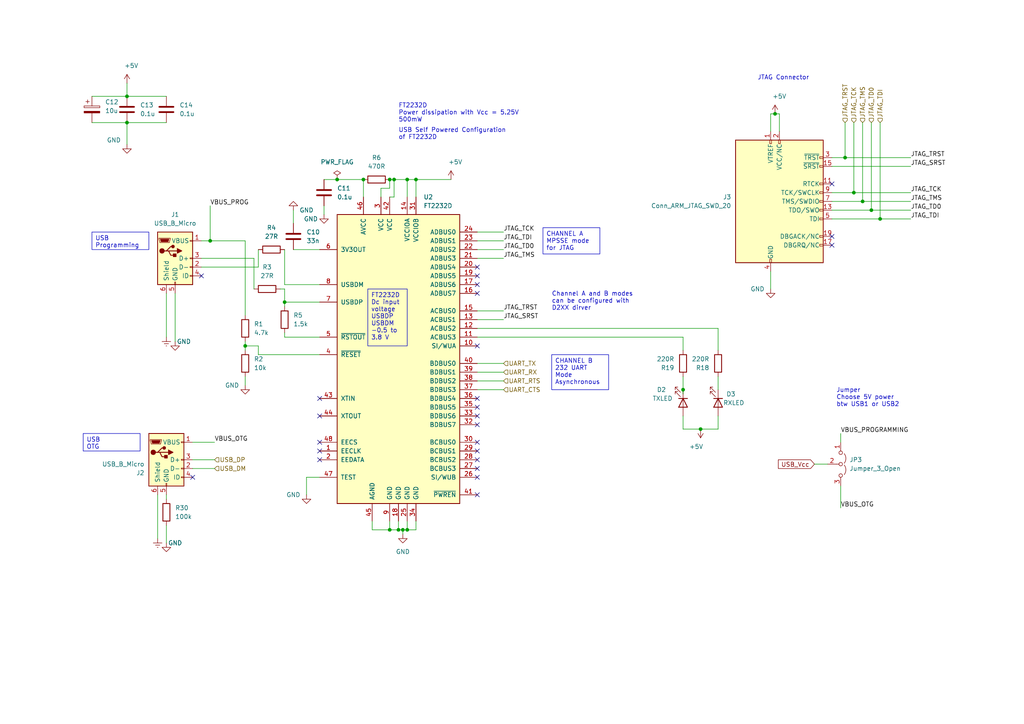
<source format=kicad_sch>
(kicad_sch (version 20230121) (generator eeschema)
  (paper "A4")
  (title_block (title "Polimi Board ") (date "2024-05-14") (rev "2.0") (company "Politecnico di Milano") (comment 1 "Embedded Systems Project") (comment 2 "ing. Zaccaria Eliseo Carrettoni"))
  (lib_symbols
    (symbol "Connector:Conn_ARM_JTAG_SWD_20" (pin_names (offset 1.016))
      (property "Reference" "J" (at -5.08 21.59 0))
      (property "Value" "Conn_ARM_JTAG_SWD_20" (at -5.08 19.05 0))
      (symbol "Conn_ARM_JTAG_SWD_20_0_1"
        (rectangle (start -12.7 17.78) (end 12.7 -17.78) (stroke (width 0.254)) (fill (type background)))
        (rectangle (start -2.794 -17.78) (end -2.286 -16.764))
        (rectangle (start -2.794 17.78) (end -2.286 16.764))
        (rectangle (start -0.254 17.78) (end 0.254 16.764))
        (rectangle (start 11.684 2.286) (end 12.7 2.794))
        (rectangle (start 12.7 -12.446) (end 11.684 -12.954))
        (rectangle (start 12.7 -9.906) (end 11.684 -10.414))
        (rectangle (start 12.7 -2.794) (end 11.684 -2.286))
        (rectangle (start 12.7 -0.254) (end 11.684 0.254))
        (rectangle (start 12.7 4.826) (end 11.684 5.334))
        (rectangle (start 12.7 10.414) (end 11.684 9.906))
        (rectangle (start 12.7 12.954) (end 11.684 12.446))
      )
      (symbol "Conn_ARM_JTAG_SWD_20_1_1"
        (rectangle (start 11.684 -5.334) (end 12.7 -4.826))
        (pin power_in line (at -2.54 20.32 270) (length 2.54) (name "VTREF") (number "1"))
        (pin passive line (at -2.54 -20.32 90) (length 2.54) hide (name "GND") (number "10"))
        (pin input line (at 15.24 5.08 180) (length 2.54) (name "RTCK") (number "11"))
        (pin passive line (at -2.54 -20.32 90) (length 2.54) hide (name "GND") (number "12"))
        (pin input line (at 15.24 -2.54 180) (length 2.54) (name "TDO/SWO") (number "13"))
        (pin passive line (at -2.54 -20.32 90) (length 2.54) hide (name "GND") (number "14"))
        (pin bidirectional line (at 15.24 10.16 180) (length 2.54) (name "~{SRST}") (number "15"))
        (pin passive line (at -2.54 -20.32 90) (length 2.54) hide (name "GND") (number "16"))
        (pin output line (at 15.24 -12.7 180) (length 2.54) (name "DBGRQ/NC") (number "17"))
        (pin passive line (at -2.54 -20.32 90) (length 2.54) hide (name "GND") (number "18"))
        (pin input line (at 15.24 -10.16 180) (length 2.54) (name "DBGACK/NC") (number "19"))
        (pin power_in line (at 0 20.32 270) (length 2.54) (name "VCC/NC") (number "2"))
        (pin passive line (at -2.54 -20.32 90) (length 2.54) hide (name "GND") (number "20"))
        (pin output line (at 15.24 12.7 180) (length 2.54) (name "~{TRST}") (number "3"))
        (pin power_in line (at -2.54 -20.32 90) (length 2.54) (name "GND") (number "4"))
        (pin output line (at 15.24 -5.08 180) (length 2.54) (name "TDI") (number "5"))
        (pin passive line (at -2.54 -20.32 90) (length 2.54) hide (name "GND") (number "6"))
        (pin output line (at 15.24 0 180) (length 2.54) (name "TMS/SWDIO") (number "7"))
        (pin passive line (at -2.54 -20.32 90) (length 2.54) hide (name "GND") (number "8"))
        (pin output line (at 15.24 2.54 180) (length 2.54) (name "TCK/SWCLK") (number "9"))
      )
    )
    (symbol "Connector:USB_B_Micro" (pin_names (offset 1.016))
      (property "Reference" "J" (at -5.08 11.43 0))
      (property "Value" "USB_B_Micro" (at -5.08 8.89 0))
      (symbol "USB_B_Micro_0_1"
        (rectangle (start -5.08 -7.62) (end 5.08 7.62) (stroke (width 0.254)) (fill (type background)))
        (circle (center -3.81 2.159) (radius 0.635) (stroke (width 0.254)) (fill (type outline)))
        (circle (center -0.635 3.429) (radius 0.381) (stroke (width 0.254)) (fill (type outline)))
        (rectangle (start -0.127 -7.62) (end 0.127 -6.858))
        (polyline (pts (xy -1.905 2.159) (xy 0.635 2.159)) (stroke (width 0.254)))
        (polyline (pts (xy -3.175 2.159) (xy -2.54 2.159) (xy -1.27 3.429) (xy -0.635 3.429)) (stroke (width 0.254)))
        (polyline (pts (xy -2.54 2.159) (xy -1.905 2.159) (xy -1.27 0.889) (xy 0 0.889)) (stroke (width 0.254)))
        (polyline (pts (xy 0.635 2.794) (xy 0.635 1.524) (xy 1.905 2.159) (xy 0.635 2.794)) (stroke (width 0.254)) (fill (type outline)))
        (polyline (pts (xy -4.318 5.588) (xy -1.778 5.588) (xy -2.032 4.826) (xy -4.064 4.826) (xy -4.318 5.588)) (fill (type outline)))
        (polyline (pts (xy -4.699 5.842) (xy -4.699 5.588) (xy -4.445 4.826) (xy -4.445 4.572) (xy -1.651 4.572) (xy -1.651 4.826) (xy -1.397 5.588) (xy -1.397 5.842) (xy -4.699 5.842)))
        (rectangle (start 0.254 1.27) (end -0.508 0.508) (stroke (width 0.254)) (fill (type outline)))
        (rectangle (start 5.08 -5.207) (end 4.318 -4.953))
        (rectangle (start 5.08 -2.667) (end 4.318 -2.413))
        (rectangle (start 5.08 -0.127) (end 4.318 0.127))
        (rectangle (start 5.08 4.953) (end 4.318 5.207))
      )
      (symbol "USB_B_Micro_1_1"
        (pin power_out line (at 7.62 5.08 180) (length 2.54) (name "VBUS") (number "1"))
        (pin bidirectional line (at 7.62 -2.54 180) (length 2.54) (name "D-") (number "2"))
        (pin bidirectional line (at 7.62 0 180) (length 2.54) (name "D+") (number "3"))
        (pin passive line (at 7.62 -5.08 180) (length 2.54) (name "ID") (number "4"))
        (pin power_out line (at 0 -10.16 90) (length 2.54) (name "GND") (number "5"))
        (pin passive line (at -2.54 -10.16 90) (length 2.54) (name "Shield") (number "6"))
      )
    )
    (symbol "Device:C" (pin_numbers hide) (pin_names (offset 0.254))
      (property "Reference" "C" (at 0.635 2.54 0))
      (property "Value" "C" (at 0.635 -2.54 0))
      (symbol "C_0_1"
        (polyline (pts (xy -2.032 -0.762) (xy 2.032 -0.762)) (stroke (width 0.508)))
        (polyline (pts (xy -2.032 0.762) (xy 2.032 0.762)) (stroke (width 0.508)))
      )
      (symbol "C_1_1"
        (pin passive line (at 0 3.81 270) (length 2.794) (name "~") (number "1"))
        (pin passive line (at 0 -3.81 90) (length 2.794) (name "~") (number "2"))
      )
    )
    (symbol "Device:C_Polarized" (pin_numbers hide) (pin_names (offset 0.254))
      (property "Reference" "C" (at 0.635 2.54 0))
      (property "Value" "C_Polarized" (at 0.635 -2.54 0))
      (symbol "C_Polarized_0_1"
        (rectangle (start -2.286 0.508) (end 2.286 1.016))
        (polyline (pts (xy -1.778 2.286) (xy -0.762 2.286)))
        (polyline (pts (xy -1.27 2.794) (xy -1.27 1.778)))
        (rectangle (start 2.286 -0.508) (end -2.286 -1.016) (fill (type outline)))
      )
      (symbol "C_Polarized_1_1"
        (pin passive line (at 0 3.81 270) (length 2.794) (name "~") (number "1"))
        (pin passive line (at 0 -3.81 90) (length 2.794) (name "~") (number "2"))
      )
    )
    (symbol "Device:LED" (pin_numbers hide) (pin_names (offset 1.016) hide)
      (property "Reference" "D" (at 0 2.54 0))
      (property "Value" "LED" (at 0 -2.54 0))
      (symbol "LED_0_1"
        (polyline (pts (xy -1.27 -1.27) (xy -1.27 1.27)) (stroke (width 0.254)))
        (polyline (pts (xy -1.27 0) (xy 1.27 0)))
        (polyline (pts (xy 1.27 -1.27) (xy 1.27 1.27) (xy -1.27 0) (xy 1.27 -1.27)) (stroke (width 0.254)))
        (polyline (pts (xy -3.048 -0.762) (xy -4.572 -2.286) (xy -3.81 -2.286) (xy -4.572 -2.286) (xy -4.572 -1.524)))
        (polyline (pts (xy -1.778 -0.762) (xy -3.302 -2.286) (xy -2.54 -2.286) (xy -3.302 -2.286) (xy -3.302 -1.524)))
      )
      (symbol "LED_1_1"
        (pin passive line (at -3.81 0 0) (length 2.54) (name "K") (number "1"))
        (pin passive line (at 3.81 0 180) (length 2.54) (name "A") (number "2"))
      )
    )
    (symbol "Device:R" (pin_numbers hide) (pin_names (offset 0))
      (property "Reference" "R" (at 2.032 0 90))
      (property "Value" "R" (at 0 0 90))
      (symbol "R_0_1"
        (rectangle (start -1.016 -2.54) (end 1.016 2.54) (stroke (width 0.254)))
      )
      (symbol "R_1_1"
        (pin passive line (at 0 3.81 270) (length 1.27) (name "~") (number "1"))
        (pin passive line (at 0 -3.81 90) (length 1.27) (name "~") (number "2"))
      )
    )
    (symbol "Interface_USB:FT2232D" (pin_names (offset 1.016))
      (property "Reference" "U" (at -16.51 44.45 0))
      (property "Value" "FT2232D" (at 13.97 44.45 0))
      (symbol "FT2232D_0_1"
        (rectangle (start -17.78 -40.64) (end 17.78 43.18) (stroke (width 0.254)) (fill (type background)))
      )
      (symbol "FT2232D_1_1"
        (pin output line (at -22.86 -25.4 0) (length 5.08) (name "EECLK") (number "1"))
        (pin bidirectional line (at 22.86 5.08 180) (length 5.08) (name "SI/WUA") (number "10"))
        (pin bidirectional line (at 22.86 7.62 180) (length 5.08) (name "ACBUS3") (number "11"))
        (pin bidirectional line (at 22.86 10.16 180) (length 5.08) (name "ACBUS2") (number "12"))
        (pin bidirectional line (at 22.86 12.7 180) (length 5.08) (name "ACBUS1") (number "13"))
        (pin power_in line (at 2.54 48.26 270) (length 5.08) (name "VCCIOA") (number "14"))
        (pin bidirectional line (at 22.86 15.24 180) (length 5.08) (name "ACBUS0") (number "15"))
        (pin bidirectional line (at 22.86 20.32 180) (length 5.08) (name "ADBUS7") (number "16"))
        (pin bidirectional line (at 22.86 22.86 180) (length 5.08) (name "ADBUS6") (number "17"))
        (pin power_in line (at 0 -45.72 90) (length 5.08) (name "GND") (number "18"))
        (pin bidirectional line (at 22.86 25.4 180) (length 5.08) (name "ADBUS5") (number "19"))
        (pin bidirectional line (at -22.86 -27.94 0) (length 5.08) (name "EEDATA") (number "2"))
        (pin bidirectional line (at 22.86 27.94 180) (length 5.08) (name "ADBUS4") (number "20"))
        (pin bidirectional line (at 22.86 30.48 180) (length 5.08) (name "ADBUS3") (number "21"))
        (pin bidirectional line (at 22.86 33.02 180) (length 5.08) (name "ADBUS2") (number "22"))
        (pin bidirectional line (at 22.86 35.56 180) (length 5.08) (name "ADBUS1") (number "23"))
        (pin bidirectional line (at 22.86 38.1 180) (length 5.08) (name "ADBUS0") (number "24"))
        (pin power_in line (at 2.54 -45.72 90) (length 5.08) (name "GND") (number "25"))
        (pin output line (at 22.86 -33.02 180) (length 5.08) (name "SI/WUB") (number "26"))
        (pin output line (at 22.86 -30.48 180) (length 5.08) (name "BCBUS3") (number "27"))
        (pin output line (at 22.86 -27.94 180) (length 5.08) (name "BCBUS2") (number "28"))
        (pin output line (at 22.86 -25.4 180) (length 5.08) (name "BCBUS1") (number "29"))
        (pin power_in line (at -5.08 48.26 270) (length 5.08) (name "VCC") (number "3"))
        (pin output line (at 22.86 -22.86 180) (length 5.08) (name "BCBUS0") (number "30"))
        (pin power_in line (at 5.08 48.26 270) (length 5.08) (name "VCCIOB") (number "31"))
        (pin output line (at 22.86 -17.78 180) (length 5.08) (name "BDBUS7") (number "32"))
        (pin output line (at 22.86 -15.24 180) (length 5.08) (name "BDBUS6") (number "33"))
        (pin power_in line (at 5.08 -45.72 90) (length 5.08) (name "GND") (number "34"))
        (pin output line (at 22.86 -12.7 180) (length 5.08) (name "BDBUS5") (number "35"))
        (pin output line (at 22.86 -10.16 180) (length 5.08) (name "BDBUS4") (number "36"))
        (pin output line (at 22.86 -7.62 180) (length 5.08) (name "BDBUS3") (number "37"))
        (pin output line (at 22.86 -5.08 180) (length 5.08) (name "BDBUS2") (number "38"))
        (pin output line (at 22.86 -2.54 180) (length 5.08) (name "BDBUS1") (number "39"))
        (pin input line (at -22.86 2.54 0) (length 5.08) (name "~{RESET}") (number "4"))
        (pin output line (at 22.86 0 180) (length 5.08) (name "BDBUS0") (number "40"))
        (pin output line (at 22.86 -38.1 180) (length 5.08) (name "~{PWREN}") (number "41"))
        (pin power_in line (at -2.54 48.26 270) (length 5.08) (name "VCC") (number "42"))
        (pin input line (at -22.86 -10.16 0) (length 5.08) (name "XTIN") (number "43"))
        (pin output line (at -22.86 -15.24 0) (length 5.08) (name "XTOUT") (number "44"))
        (pin power_in line (at -7.62 -45.72 90) (length 5.08) (name "AGND") (number "45"))
        (pin power_in line (at -10.16 48.26 270) (length 5.08) (name "AVCC") (number "46"))
        (pin input line (at -22.86 -33.02 0) (length 5.08) (name "TEST") (number "47"))
        (pin bidirectional line (at -22.86 -22.86 0) (length 5.08) (name "EECS") (number "48"))
        (pin output line (at -22.86 7.62 0) (length 5.08) (name "~{RSTOUT}") (number "5"))
        (pin power_out line (at -22.86 33.02 0) (length 5.08) (name "3V3OUT") (number "6"))
        (pin bidirectional line (at -22.86 17.78 0) (length 5.08) (name "USBDP") (number "7"))
        (pin bidirectional line (at -22.86 22.86 0) (length 5.08) (name "USBDM") (number "8"))
        (pin power_in line (at -2.54 -45.72 90) (length 5.08) (name "GND") (number "9"))
      )
    )
    (symbol "Jumper:Jumper_3_Open" (pin_names (offset 0) hide)
      (property "Reference" "JP" (at -2.54 -2.54 0))
      (property "Value" "Jumper_3_Open" (at 0 2.794 0))
      (symbol "Jumper_3_Open_0_0"
        (circle (center -3.302 0) (radius 0.508))
        (circle (center 0 0) (radius 0.508))
        (circle (center 3.302 0) (radius 0.508))
      )
      (symbol "Jumper_3_Open_0_1"
        (arc (start -0.254 1.016) (mid -1.651 1.4992) (end -3.048 1.016))
        (polyline (pts (xy 0 -0.508) (xy 0 -1.27)))
        (arc (start 3.048 1.016) (mid 1.651 1.4992) (end 0.254 1.016))
      )
      (symbol "Jumper_3_Open_1_1"
        (pin passive line (at -6.35 0 0) (length 2.54) (name "A") (number "1"))
        (pin passive line (at 0 -3.81 90) (length 2.54) (name "C") (number "2"))
        (pin passive line (at 6.35 0 180) (length 2.54) (name "B") (number "3"))
      )
    )
    (symbol "power:+5V" (power) (pin_names (offset 0))
      (property "Value" "+5V" (at 0 3.556 0))
      (symbol "+5V_0_1"
        (polyline (pts (xy -0.762 1.27) (xy 0 2.54)))
        (polyline (pts (xy 0 0) (xy 0 2.54)))
        (polyline (pts (xy 0 2.54) (xy 0.762 1.27)))
      )
      (symbol "+5V_1_1"
        (pin power_in line (at 0 0 90) (length 0) hide (name "+5V") (number "1"))
      )
    )
    (symbol "power:Earth" (power) (pin_names (offset 0))
      (symbol "Earth_0_1"
        (polyline (pts (xy -0.635 -1.905) (xy 0.635 -1.905)))
        (polyline (pts (xy -0.127 -2.54) (xy 0.127 -2.54)))
        (polyline (pts (xy 0 -1.27) (xy 0 0)))
        (polyline (pts (xy 1.27 -1.27) (xy -1.27 -1.27)))
      )
      (symbol "Earth_1_1"
        (pin power_in line (at 0 0 270) (length 0) hide (name "Earth") (number "1"))
      )
    )
    (symbol "power:GND" (power) (pin_names (offset 0))
      (property "Value" "GND" (at 0 -3.81 0))
      (symbol "GND_0_1"
        (polyline (pts (xy 0 0) (xy 0 -1.27) (xy 1.27 -1.27) (xy 0 -2.54) (xy -1.27 -1.27) (xy 0 -1.27)))
      )
      (symbol "GND_1_1"
        (pin power_in line (at 0 0 270) (length 0) hide (name "GND") (number "1"))
      )
    )
    (symbol "power:PWR_FLAG" (power) (pin_numbers hide) (pin_names (offset 0) hide)
      (property "Value" "PWR_FLAG" (at 0 3.81 0))
      (symbol "PWR_FLAG_0_0"
        (pin power_out line (at 0 0 90) (length 0) (name "pwr") (number "1"))
      )
      (symbol "PWR_FLAG_0_1"
        (polyline (pts (xy 0 0) (xy 0 1.27) (xy -1.016 1.905) (xy 0 2.54) (xy 1.016 1.905) (xy 0 1.27)))
      )
    )
  )
  (junction (at 113.03 153.67))
  (junction (at 118.11 153.67))
  (junction (at 36.83 27.94))
  (junction (at 247.65 55.88))
  (junction (at 224.79 33.02))
  (junction (at 60.96 69.85))
  (junction (at 97.79 52.07))
  (junction (at 82.55 87.63))
  (junction (at 245.11 45.72))
  (junction (at 250.19 58.42))
  (junction (at 105.41 52.07))
  (junction (at 115.57 153.67))
  (junction (at 252.73 60.96))
  (junction (at 36.83 35.56))
  (junction (at 118.11 52.07))
  (junction (at 198.12 113.03))
  (junction (at 71.12 100.33))
  (junction (at 255.27 63.5))
  (junction (at 120.65 52.07))
  (junction (at 116.84 153.67))
  (junction (at 114.3 52.07))
  (junction (at 203.2 124.46))
  (junction (at 113.03 52.07))
  (no_connect (at 92.71 115.57))
  (no_connect (at 138.43 100.33))
  (no_connect (at 138.43 123.19))
  (no_connect (at 138.43 135.89))
  (no_connect (at 138.43 115.57))
  (no_connect (at 241.3 71.12))
  (no_connect (at 138.43 130.81))
  (no_connect (at 138.43 133.35))
  (no_connect (at 241.3 68.58))
  (no_connect (at 58.42 80.01))
  (no_connect (at 92.71 133.35))
  (no_connect (at 138.43 118.11))
  (no_connect (at 138.43 80.01))
  (no_connect (at 55.88 138.43))
  (no_connect (at 138.43 143.51))
  (no_connect (at 138.43 138.43))
  (no_connect (at 138.43 82.55))
  (no_connect (at 138.43 85.09))
  (no_connect (at 138.43 128.27))
  (no_connect (at 241.3 53.34))
  (no_connect (at 138.43 120.65))
  (no_connect (at 92.71 130.81))
  (no_connect (at 92.71 120.65))
  (no_connect (at 138.43 77.47))
  (no_connect (at 92.71 128.27))
  (wire (pts (xy 88.9 138.43) (xy 88.9 143.51)))
  (wire (pts (xy 110.49 57.15) (xy 110.49 54.61)))
  (wire (pts (xy 82.55 82.55) (xy 92.71 82.55)))
  (wire (pts (xy 74.93 102.87) (xy 74.93 100.33)))
  (wire (pts (xy 55.88 128.27) (xy 62.23 128.27)))
  (wire (pts (xy 223.52 78.74) (xy 223.52 83.82)))
  (wire (pts (xy 71.12 99.06) (xy 71.12 100.33)))
  (wire (pts (xy 252.73 35.56) (xy 252.73 60.96)))
  (wire (pts (xy 118.11 57.15) (xy 118.11 52.07)))
  (wire (pts (xy 60.96 59.69) (xy 60.96 69.85)))
  (wire (pts (xy 120.65 151.13) (xy 120.65 153.67)))
  (wire (pts (xy 82.55 87.63) (xy 92.71 87.63)))
  (wire (pts (xy 138.43 74.93) (xy 146.05 74.93)))
  (wire (pts (xy 55.88 135.89) (xy 62.23 135.89)))
  (wire (pts (xy 26.67 35.56) (xy 36.83 35.56)))
  (wire (pts (xy 198.12 101.6) (xy 198.12 97.79)))
  (wire (pts (xy 138.43 95.25) (xy 208.28 95.25)))
  (wire (pts (xy 115.57 151.13) (xy 115.57 153.67)))
  (wire (pts (xy 92.71 102.87) (xy 74.93 102.87)))
  (wire (pts (xy 107.95 153.67) (xy 113.03 153.67)))
  (wire (pts (xy 255.27 35.56) (xy 255.27 63.5)))
  (wire (pts (xy 48.26 85.09) (xy 48.26 97.79)))
  (wire (pts (xy 198.12 124.46) (xy 203.2 124.46)))
  (wire (pts (xy 113.03 57.15) (xy 114.3 57.15)))
  (wire (pts (xy 82.55 83.82) (xy 81.28 83.82)))
  (wire (pts (xy 223.52 38.1) (xy 223.52 33.02)))
  (wire (pts (xy 116.84 153.67) (xy 118.11 153.67)))
  (wire (pts (xy 97.79 52.07) (xy 105.41 52.07)))
  (wire (pts (xy 118.11 153.67) (xy 120.65 153.67)))
  (wire (pts (xy 58.42 74.93) (xy 73.66 74.93)))
  (wire (pts (xy 198.12 113.03) (xy 198.12 109.22)))
  (wire (pts (xy 252.73 60.96) (xy 264.16 60.96)))
  (wire (pts (xy 110.49 54.61) (xy 113.03 54.61)))
  (wire (pts (xy 92.71 138.43) (xy 88.9 138.43)))
  (wire (pts (xy 60.96 69.85) (xy 71.12 69.85)))
  (wire (pts (xy 241.3 60.96) (xy 252.73 60.96)))
  (wire (pts (xy 55.88 133.35) (xy 62.23 133.35)))
  (wire (pts (xy 85.09 72.39) (xy 92.71 72.39)))
  (wire (pts (xy 45.72 143.51) (xy 45.72 156.21)))
  (wire (pts (xy 73.66 74.93) (xy 73.66 83.82)))
  (wire (pts (xy 241.3 58.42) (xy 250.19 58.42)))
  (wire (pts (xy 226.06 38.1) (xy 226.06 33.02)))
  (wire (pts (xy 36.83 27.94) (xy 48.26 27.94)))
  (wire (pts (xy 115.57 153.67) (xy 116.84 153.67)))
  (wire (pts (xy 138.43 105.41) (xy 146.05 105.41)))
  (wire (pts (xy 50.8 85.09) (xy 50.8 99.06)))
  (wire (pts (xy 93.98 52.07) (xy 97.79 52.07)))
  (wire (pts (xy 82.55 82.55) (xy 82.55 72.39)))
  (wire (pts (xy 85.09 60.96) (xy 85.09 64.77)))
  (wire (pts (xy 138.43 110.49) (xy 146.05 110.49)))
  (wire (pts (xy 208.28 120.65) (xy 208.28 124.46)))
  (wire (pts (xy 118.11 151.13) (xy 118.11 153.67)))
  (wire (pts (xy 116.84 153.67) (xy 116.84 154.94)))
  (wire (pts (xy 48.26 152.4) (xy 48.26 157.48)))
  (wire (pts (xy 250.19 58.42) (xy 264.16 58.42)))
  (wire (pts (xy 250.19 35.56) (xy 250.19 58.42)))
  (wire (pts (xy 36.83 24.13) (xy 36.83 27.94)))
  (wire (pts (xy 198.12 114.3) (xy 198.12 113.03)))
  (wire (pts (xy 113.03 54.61) (xy 113.03 52.07)))
  (wire (pts (xy 114.3 57.15) (xy 114.3 52.07)))
  (wire (pts (xy 247.65 55.88) (xy 264.16 55.88)))
  (wire (pts (xy 120.65 57.15) (xy 120.65 52.07)))
  (wire (pts (xy 245.11 45.72) (xy 264.16 45.72)))
  (wire (pts (xy 255.27 63.5) (xy 264.16 63.5)))
  (wire (pts (xy 71.12 69.85) (xy 71.12 91.44)))
  (wire (pts (xy 241.3 63.5) (xy 255.27 63.5)))
  (wire (pts (xy 113.03 153.67) (xy 115.57 153.67)))
  (wire (pts (xy 105.41 52.07) (xy 105.41 57.15)))
  (wire (pts (xy 241.3 45.72) (xy 245.11 45.72)))
  (wire (pts (xy 226.06 33.02) (xy 224.79 33.02)))
  (wire (pts (xy 120.65 52.07) (xy 130.81 52.07)))
  (wire (pts (xy 138.43 67.31) (xy 146.05 67.31)))
  (wire (pts (xy 247.65 35.56) (xy 247.65 55.88)))
  (wire (pts (xy 82.55 87.63) (xy 82.55 88.9)))
  (wire (pts (xy 82.55 97.79) (xy 92.71 97.79)))
  (wire (pts (xy 138.43 113.03) (xy 146.05 113.03)))
  (wire (pts (xy 36.83 35.56) (xy 36.83 41.91)))
  (wire (pts (xy 138.43 72.39) (xy 146.05 72.39)))
  (wire (pts (xy 113.03 151.13) (xy 113.03 153.67)))
  (wire (pts (xy 82.55 83.82) (xy 82.55 87.63)))
  (wire (pts (xy 138.43 69.85) (xy 146.05 69.85)))
  (wire (pts (xy 138.43 90.17) (xy 146.05 90.17)))
  (wire (pts (xy 114.3 52.07) (xy 113.03 52.07)))
  (wire (pts (xy 243.84 140.97) (xy 243.84 147.32)))
  (wire (pts (xy 74.93 72.39) (xy 74.93 77.47)))
  (wire (pts (xy 71.12 109.22) (xy 71.12 111.76)))
  (wire (pts (xy 36.83 35.56) (xy 48.26 35.56)))
  (wire (pts (xy 138.43 107.95) (xy 146.05 107.95)))
  (wire (pts (xy 26.67 27.94) (xy 36.83 27.94)))
  (wire (pts (xy 243.84 125.73) (xy 243.84 128.27)))
  (wire (pts (xy 74.93 100.33) (xy 71.12 100.33)))
  (wire (pts (xy 198.12 124.46) (xy 198.12 120.65)))
  (wire (pts (xy 118.11 52.07) (xy 120.65 52.07)))
  (wire (pts (xy 241.3 55.88) (xy 247.65 55.88)))
  (wire (pts (xy 241.3 48.26) (xy 264.16 48.26)))
  (wire (pts (xy 203.2 124.46) (xy 208.28 124.46)))
  (wire (pts (xy 71.12 100.33) (xy 71.12 101.6)))
  (wire (pts (xy 236.22 134.62) (xy 240.03 134.62)))
  (wire (pts (xy 198.12 97.79) (xy 138.43 97.79)))
  (wire (pts (xy 114.3 52.07) (xy 118.11 52.07)))
  (wire (pts (xy 107.95 151.13) (xy 107.95 153.67)))
  (wire (pts (xy 208.28 113.03) (xy 208.28 109.22)))
  (wire (pts (xy 245.11 35.56) (xy 245.11 45.72)))
  (wire (pts (xy 74.93 77.47) (xy 58.42 77.47)))
  (wire (pts (xy 48.26 143.51) (xy 48.26 144.78)))
  (wire (pts (xy 58.42 69.85) (xy 60.96 69.85)))
  (wire (pts (xy 208.28 95.25) (xy 208.28 101.6)))
  (wire (pts (xy 223.52 33.02) (xy 224.79 33.02)))
  (wire (pts (xy 138.43 92.71) (xy 146.05 92.71)))
  (wire (pts (xy 82.55 96.52) (xy 82.55 97.79)))
  (wire (pts (xy 93.98 59.69) (xy 93.98 62.23)))
  (text_box "FT2232D\nDc input voltage USBDP USBDM\n-0.5 to 3.8 V" (at 106.68 83.82 0) (size 11.43 16.51) (effects (font (size 1.27 1.27)) (justify left top)))
  (text_box "CHANNEL A\nMPSSE mode for JTAG\n" (at 157.48 66.04 0) (size 16.51 7.62) (effects (font (size 1.27 1.27)) (justify left top)))
  (text_box "USB\nOTG\n\n" (at 24.13 125.73 0) (size 16.51 5.08) (effects (font (size 1.27 1.27)) (justify left top)))
  (text_box "USB\nProgramming\n" (at 26.67 67.31 0) (size 16.51 5.08) (effects (font (size 1.27 1.27)) (justify left top)))
  (text_box "CHANNEL B\n232 UART Mode\nAsynchronous\n\n" (at 160.02 102.87 0) (size 16.51 10.16) (effects (font (size 1.27 1.27)) (justify left top)))
  (text "Jumper \nChoose 5V power \nbtw USB1 or USB2\n" (at 242.57 118.11 0) (effects (font (size 1.27 1.27)) (justify left bottom)))
  (text "FT2232D\nPower dissipation with Vcc = 5.25V\n500mW" (at 115.57 35.56 0) (effects (font (size 1.27 1.27)) (justify left bottom)))
  (text "USB Self Powered Configuration\nof FT2232D\n" (at 115.57 40.64 0) (effects (font (size 1.27 1.27)) (justify left bottom)))
  (text "JTAG Connector\n\n" (at 219.71 25.4 0) (effects (font (size 1.27 1.27)) (justify left bottom)))
  (text "Channel A and B modes\ncan be configured with\nD2XX dirver" (at 160.02 90.17 0) (effects (font (size 1.27 1.27)) (justify left bottom)))
  (label "JTAG_TCK" (at 264.16 55.88 0))
  (label "JTAG_TMS" (at 146.05 74.93 0))
  (label "VBUS_PROG" (at 60.96 59.69 0))
  (label "VBUS_PROGRAMMING" (at 243.84 125.73 0))
  (label "JTAG_TDI" (at 146.05 69.85 0))
  (label "JTAG_TD0" (at 146.05 72.39 0))
  (label "JTAG_TMS" (at 264.16 58.42 0))
  (label "JTAG_TCK" (at 146.05 67.31 0))
  (label "JTAG_SRST" (at 264.16 48.26 0))
  (label "JTAG_TD0" (at 264.16 60.96 0))
  (label "JTAG_TDI" (at 264.16 63.5 0))
  (label "JTAG_TRST" (at 146.05 90.17 0))
  (label "JTAG_SRST" (at 146.05 92.71 0))
  (label "JTAG_TRST" (at 264.16 45.72 0))
  (label "VBUS_OTG" (at 62.23 128.27 0))
  (label "VBUS_OTG" (at 243.84 147.32 0))
  (global_label "USB_Vcc" (shape input) (at 236.22 134.62 180) (property "Intersheetrefs" "${INTERSHEET_REFS}" (effects hide)))
  (hierarchical_label "USB_DP" (shape input) (at 62.23 133.35 0))
  (hierarchical_label "UART_CTS" (shape input) (at 146.05 113.03 0))
  (hierarchical_label "JTAG_TRST" (shape input) (at 245.11 35.56 90))
  (hierarchical_label "UART_TX" (shape input) (at 146.05 105.41 0))
  (hierarchical_label "UART_RX" (shape input) (at 146.05 107.95 0))
  (hierarchical_label "UART_RTS" (shape input) (at 146.05 110.49 0))
  (hierarchical_label "JTAG_TCK" (shape input) (at 247.65 35.56 90))
  (hierarchical_label "JTAG_TD0" (shape input) (at 252.73 35.56 90))
  (hierarchical_label "JTAG_TMS" (shape input) (at 250.19 35.56 90))
  (hierarchical_label "USB_DM" (shape input) (at 62.23 135.89 0))
  (hierarchical_label "JTAG_TDI" (shape input) (at 255.27 35.56 90))
  (symbol (lib_id "Device:R") (at 82.55 92.71 180) (unit 1)
    (property "Reference" "R5" (at 85.09 91.44 0) (effects (justify right)))
    (property "Value" "1.5k" (at 85.09 93.98 0) (effects (justify right)))
  )
  (symbol (lib_id "power:GND") (at 50.8 99.06 0) (unit 1)
    (property "Reference" "#PWR027" (effects hide))
    (property "Value" "GND" (at 53.34 99.06 0))
  )
  (symbol (lib_id "power:GND") (at 36.83 41.91 0) (unit 1)
    (property "Reference" "#PWR086" (effects hide))
    (property "Value" "GND" (at 33.02 40.64 0))
  )
  (symbol (lib_id "Interface_USB:FT2232D") (at 115.57 105.41 0) (unit 1)
    (property "Reference" "U2" (at 122.8441 57.15 0) (effects (justify left)))
    (property "Value" "FT2232D" (at 122.8441 59.69 0) (effects (justify left)))
    (property "Footprint" "Package_QFP:LQFP-48_7x7mm_P0.5mm" (effects hide))
    (property "Datasheet" "http://www.ftdichip.com/Support/Documents/DataSheets/ICs/DS_FT2232D.pdf" (effects hide))
  )
  (symbol (lib_id "Connector:USB_B_Micro") (at 50.8 74.93 0) (unit 1)
    (property "Reference" "J1" (at 50.8 62.23 0))
    (property "Value" "USB_B_Micro" (at 50.8 64.77 0))
  )
  (symbol (lib_id "Connector:Conn_ARM_JTAG_SWD_20") (at 226.06 58.42 0) (unit 1)
    (property "Reference" "J3" (at 212.09 57.15 0) (effects (justify right)))
    (property "Value" "Conn_ARM_JTAG_SWD_20" (at 212.09 59.69 0) (effects (justify right)))
    (property "Footprint" "Connector_IDC:IDC-Header_2x10_P2.54mm_Vertical" (effects hide))
    (property "Datasheet" "http://infocenter.arm.com/help/topic/com.arm.doc.dui0499b/DUI0499B_system_design_reference.pdf" (effects hide))
  )
  (symbol (lib_id "Device:C") (at 36.83 31.75 180) (unit 1)
    (property "Reference" "C13" (at 40.64 30.48 0) (effects (justify right)))
    (property "Value" "0.1u" (at 40.64 33.02 0) (effects (justify right)))
  )
  (symbol (lib_id "Device:R") (at 109.22 52.07 270) (unit 1)
    (property "Reference" "R6" (at 109.22 45.72 90))
    (property "Value" "470R" (at 109.22 48.26 90))
  )
  (symbol (lib_id "power:PWR_FLAG") (at 97.79 52.07 0) (unit 1)
    (property "Reference" "#FLG02" (effects hide))
    (property "Value" "PWR_FLAG" (at 97.79 46.99 0))
  )
  (symbol (lib_id "Device:LED") (at 198.12 116.84 270) (unit 1)
    (property "Reference" "D2" (at 190.5 113.03 90) (effects (justify left)))
    (property "Value" "TXLED" (at 189.23 115.57 90) (effects (justify left)))
  )
  (symbol (lib_id "power:Earth") (at 45.72 156.21 0) (unit 1)
    (property "Reference" "#PWR016" (effects hide))
    (property "Value" "Earth" (effects hide))
  )
  (symbol (lib_id "Device:R") (at 71.12 105.41 180) (unit 1)
    (property "Reference" "R2" (at 73.66 104.14 0) (effects (justify right)))
    (property "Value" "10k" (at 73.66 106.68 0) (effects (justify right)))
  )
  (symbol (lib_id "power:GND") (at 71.12 111.76 0) (unit 1)
    (property "Reference" "#PWR017" (effects hide))
    (property "Value" "GND" (at 67.31 111.76 0))
  )
  (symbol (lib_id "Device:R") (at 48.26 148.59 180) (unit 1)
    (property "Reference" "R30" (at 50.8 147.32 0) (effects (justify right)))
    (property "Value" "100k" (at 50.8 149.86 0) (effects (justify right)))
  )
  (symbol (lib_id "Device:R") (at 208.28 105.41 0) (unit 1)
    (property "Reference" "R18" (at 205.74 106.68 0) (effects (justify right)))
    (property "Value" "220R" (at 205.74 104.14 0) (effects (justify right)))
  )
  (symbol (lib_id "Device:R") (at 78.74 72.39 270) (unit 1)
    (property "Reference" "R4" (at 78.74 66.04 90))
    (property "Value" "27R" (at 78.74 68.58 90))
  )
  (symbol (lib_id "Device:C") (at 85.09 68.58 180) (unit 1)
    (property "Reference" "C10" (at 88.9 67.31 0) (effects (justify right)))
    (property "Value" "33n" (at 88.9 69.85 0) (effects (justify right)))
  )
  (symbol (lib_id "power:+5V") (at 203.2 124.46 180) (unit 1)
    (property "Reference" "#PWR089" (effects hide))
    (property "Value" "+5V" (at 201.93 129.54 0))
  )
  (symbol (lib_id "Device:R") (at 77.47 83.82 270) (unit 1)
    (property "Reference" "R3" (at 77.47 77.47 90))
    (property "Value" "27R" (at 77.47 80.01 90))
  )
  (symbol (lib_id "power:GND") (at 85.09 60.96 180) (unit 1)
    (property "Reference" "#PWR019" (effects hide))
    (property "Value" "GND" (at 88.9 60.96 0))
  )
  (symbol (lib_id "power:GND") (at 88.9 143.51 0) (unit 1)
    (property "Reference" "#PWR020" (effects hide))
    (property "Value" "GND" (at 85.09 143.51 0))
  )
  (symbol (lib_id "Device:C_Polarized") (at 26.67 31.75 0) (unit 1)
    (property "Reference" "C12" (at 30.48 29.591 0) (effects (justify left)))
    (property "Value" "10u" (at 30.48 32.131 0) (effects (justify left)))
  )
  (symbol (lib_id "Device:R") (at 198.12 105.41 0) (unit 1)
    (property "Reference" "R19" (at 195.58 106.68 0) (effects (justify right)))
    (property "Value" "220R" (at 195.58 104.14 0) (effects (justify right)))
  )
  (symbol (lib_id "power:+5V") (at 130.81 52.07 0) (unit 1)
    (property "Reference" "#PWR088" (effects hide))
    (property "Value" "+5V" (at 132.08 46.99 0))
  )
  (symbol (lib_id "Device:R") (at 71.12 95.25 180) (unit 1)
    (property "Reference" "R1" (at 73.66 93.98 0) (effects (justify right)))
    (property "Value" "4.7k" (at 73.66 96.52 0) (effects (justify right)))
  )
  (symbol (lib_id "Device:LED") (at 208.28 116.84 270) (unit 1)
    (property "Reference" "D3" (at 213.36 114.3 90) (effects (justify right)))
    (property "Value" "RXLED" (at 215.9 116.84 90) (effects (justify right)))
  )
  (symbol (lib_id "power:GND") (at 48.26 157.48 0) (unit 1)
    (property "Reference" "#PWR01" (effects hide))
    (property "Value" "GND" (at 50.8 157.48 0))
  )
  (symbol (lib_id "power:+5V") (at 224.79 33.02 0) (unit 1)
    (property "Reference" "#PWR064" (effects hide))
    (property "Value" "+5V" (at 226.06 27.94 0))
  )
  (symbol (lib_id "power:+5V") (at 36.83 24.13 0) (unit 1)
    (property "Reference" "#PWR087" (effects hide))
    (property "Value" "+5V" (at 38.1 19.05 0))
  )
  (symbol (lib_id "Jumper:Jumper_3_Open") (at 243.84 134.62 270) (unit 1)
    (property "Reference" "JP3" (at 246.38 133.35 90) (effects (justify left)))
    (property "Value" "Jumper_3_Open" (at 246.38 135.89 90) (effects (justify left)))
  )
  (symbol (lib_id "Device:C") (at 48.26 31.75 180) (unit 1)
    (property "Reference" "C14" (at 52.07 30.48 0) (effects (justify right)))
    (property "Value" "0.1u" (at 52.07 33.02 0) (effects (justify right)))
  )
  (symbol (lib_id "Connector:USB_B_Micro") (at 48.26 133.35 0) (unit 1)
    (property "Reference" "J2" (at 41.91 137.16 0) (effects (justify right)))
    (property "Value" "USB_B_Micro" (at 41.91 134.62 0) (effects (justify right)))
  )
  (symbol (lib_id "Device:C") (at 93.98 55.88 0) (unit 1)
    (property "Reference" "C11" (at 97.79 54.61 0) (effects (justify left)))
    (property "Value" "0.1u" (at 97.79 57.15 0) (effects (justify left)))
  )
  (symbol (lib_id "power:GND") (at 93.98 62.23 0) (unit 1)
    (property "Reference" "#PWR021" (effects hide))
    (property "Value" "GND" (at 90.17 63.5 0))
  )
  (symbol (lib_id "power:GND") (at 116.84 154.94 0) (unit 1)
    (property "Reference" "#PWR022" (effects hide))
    (property "Value" "GND" (at 116.84 160.02 0))
  )
  (symbol (lib_id "power:Earth") (at 48.26 97.79 0) (unit 1)
    (property "Reference" "#PWR034" (effects hide))
    (property "Value" "Earth" (effects hide))
  )
  (symbol (lib_id "power:GND") (at 223.52 83.82 0) (unit 1)
    (property "Reference" "#PWR063" (effects hide))
    (property "Value" "GND" (at 219.71 83.82 0))
  )
)
</source>
